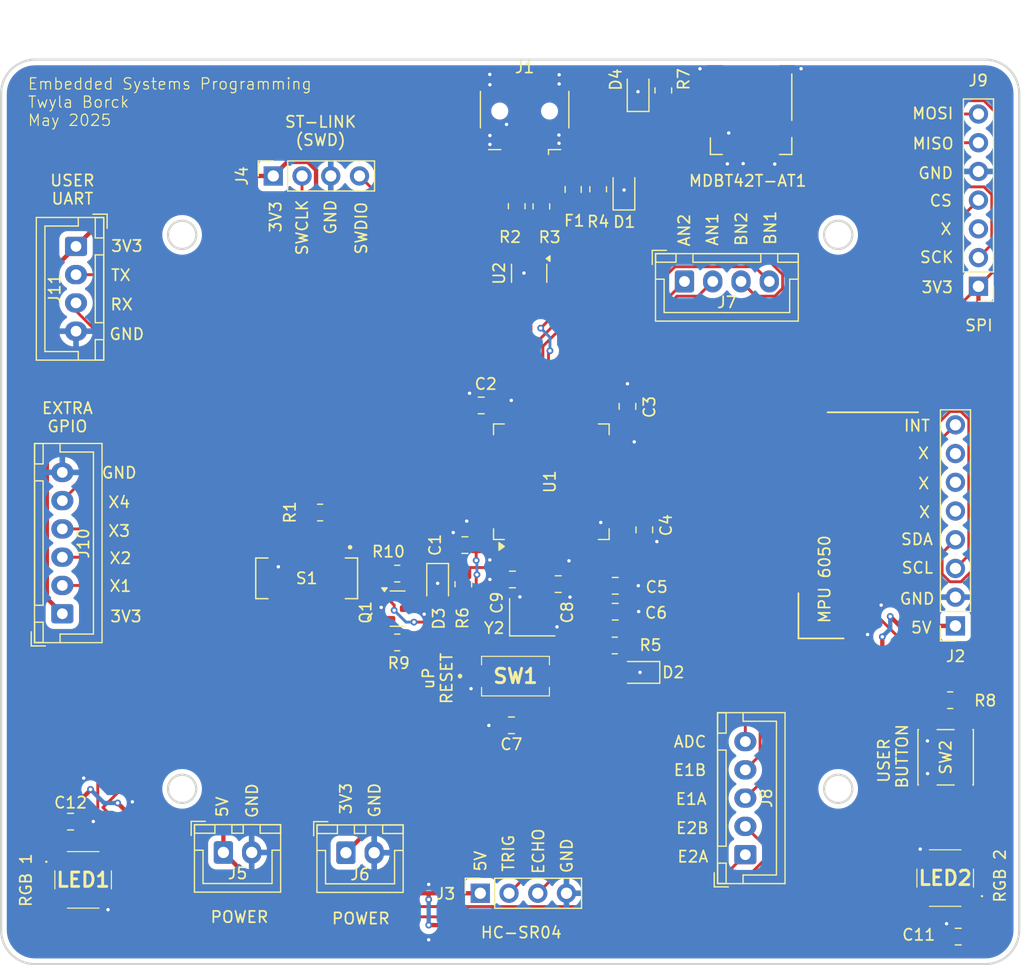
<source format=kicad_pcb>
(kicad_pcb (version 20241229) (generator "pcbnew") (generator_version "9.0")
  (layers (0 "F.Cu" signal) (2 "B.Cu" signal) (13 "F.Paste" user) (15 "B.Paste" user) (5 "F.SilkS" user "F.Silkscreen") (7 "B.SilkS" user "B.Silkscreen") (1 "F.Mask" user) (3 "B.Mask" user) (25 "Edge.Cuts" user))
  (net 0 "")
  (net 2 "/PS2_SCK")
  (net 3 "/PS2_MISO")
  (net 5 "/PS2_CS")
  (net 6 "/PS2_MOSI")
  (net 7 "Net-(U1-PA1)")
  (net 9 "/X4")
  (net 10 "/X3")
  (net 11 "/X1")
  (net 12 "/X2")
  (net 13 "/USER_TX")
  (net 16 "/USER_RX")
  (net 21 "/RESET")
  (net 28 "+3V3")
  (net 29 "GND")
  (net 33 "Net-(R1-Pad2)")
  (net 34 "/BOOT")
  (net 35 "/OSC_OUT")
  (net 36 "/OSC_IN")
  (net 37 "Net-(D1-A)")
  (net 39 "/D+")
  (net 40 "/D-")
  (net 41 "Net-(J1-VBUS)")
  (net 42 "/USB_CONN_D+")
  (net 43 "/USB_CONN_D-")
  (net 44 "Vusb")
  (net 45 "/USB_D+")
  (net 46 "/USB_D-")
  (net 47 "Net-(D2-A)")
  (net 48 "Net-(D3-A)")
  (net 49 "/USER_LED")
  (net 51 "+5V")
  (net 52 "/IMU_INT")
  (net 54 "/IMU_I2C_SCL")
  (net 56 "/IMU_I2C_SDA")
  (net 65 "Net-(D4-A)")
  (net 66 "/BL_WAKEUP")
  (net 67 "/BL_RX")
  (net 68 "/BL_TX")
  (net 69 "Net-(MDBT42T-AT1-INDICATOR)")
  (net 70 "/ULTRA_TRIG")
  (net 71 "/ULTRA_ECHO")
  (net 72 "/SWCLK")
  (net 73 "/SWDIO")
  (net 74 "/uBUTTON")
  (net 75 "/BN1")
  (net 76 "/AN1")
  (net 77 "/AN2")
  (net 78 "/BN2")
  (net 79 "/E2A")
  (net 80 "/E2B")
  (net 81 "/E1A")
  (net 82 "/E1B")
  (net 83 "/PWR_ADC")
  (net 84 "Net-(LED1-DOUT)")
  (net 85 "Net-(LED1-DIN)")
  (net 87 "/RGB_DIN")
  (footprint "Resistor_SMD:R_0805_2012Metric_Pad1.20x1.40mm_HandSolder" (layer "F.Cu") (at 137.68 42.715 -90)
    (property "Reference" "R2")
    (property "Value" "22")
  )
  (footprint "Package_QFP:LQFP-64_10x10mm_P0.5mm" (layer "F.Cu") (at 140.74 67.085 90)
    (property "Reference" "U1")
    (property "Value" "STM32F103RCTx")
  )
  (footprint "Resistor_SMD:R_0805_2012Metric_Pad1.20x1.40mm_HandSolder" (layer "F.Cu") (at 127.1175 81.3 180)
    (property "Reference" "R9")
    (property "Value" "10k")
  )
  (footprint "Resistor_SMD:R_0805_2012Metric_Pad1.20x1.40mm_HandSolder" (layer "F.Cu") (at 139.86 42.735 90)
    (property "Reference" "R3")
    (property "Value" "22")
  )
  (footprint "Capacitor_SMD:C_0805_2012Metric_Pad1.18x1.45mm_HandSolder" (layer "F.Cu") (at 98.2375 97.15)
    (property "Reference" "C12")
    (property "Value" "0.1uF")
  )
  (footprint "Connector_JST:JST_XH_B2B-XH-A_1x02_P2.50mm_Vertical" (layer "F.Cu") (at 122.58 99.9)
    (property "Reference" "J6")
    (property "Value" "CONN_3V3")
  )
  (footprint "Connector_PinHeader_2.54mm:PinHeader_1x07_P2.54mm_Vertical" (layer "F.Cu") (at 178.5 49.8 180)
    (property "Reference" "J9")
    (property "Value" "CONN_PS2")
  )
  (footprint "Connector_JST:JST_XH_B5B-XH-A_1x05_P2.50mm_Vertical" (layer "F.Cu") (at 157.89 100.07 90)
    (property "Reference" "J8")
    (property "Value" "CONN_HAL")
  )
  (footprint "Connector_PinSocket_2.54mm:PinSocket_1x08_P2.54mm_Vertical" (layer "F.Cu") (at 176.465 79.835 180)
    (property "Reference" "J2")
    (property "Value" "CONN_MPU6050")
  )
  (footprint "LED_SMD:LED_0805_2012Metric_Pad1.15x1.40mm_HandSolder" (layer "F.Cu") (at 148.41 32.475 90)
    (property "Reference" "D4")
    (property "Value" "BL_IND_LED")
  )
  (footprint "Package_TO_SOT_SMD:SOT-23" (layer "F.Cu") (at 127.1475 78.31)
    (property "Reference" "Q1")
    (property "Value" "BSS138")
  )
  (footprint "LED_SMD:LED_0805_2012Metric_Pad1.15x1.40mm_HandSolder" (layer "F.Cu") (at 130.69 76.18 -90)
    (property "Reference" "D3")
    (property "Value" "USER_LED")
  )
  (footprint "Resistor_SMD:R_0805_2012Metric_Pad1.20x1.40mm_HandSolder" (layer "F.Cu") (at 146.3475 81.57)
    (property "Reference" "R5")
    (property "Value" "10k")
  )
  (footprint "RGB_LED:INPI55TATPRPGPB" (layer "F.Cu") (at 99.35 102.3)
    (property "Reference" "LED1")
    (property "Value" "IN-PI55TATPRPGPB" (hide yes))
  )
  (footprint "Fuse:Fuse_0805_2012Metric_Pad1.15x1.40mm_HandSolder" (layer "F.Cu") (at 142.67 41.235 -90)
    (property "Reference" "F1")
    (property "Value" "PTCSMD")
  )
  (footprint "Capacitor_SMD:C_0805_2012Metric_Pad1.18x1.45mm_HandSolder" (layer "F.Cu") (at 137.3 75.73 180)
    (property "Reference" "C9")
    (property "Value" "22pF")
  )
  (footprint "Resistor_SMD:R_0805_2012Metric_Pad1.20x1.40mm_HandSolder" (layer "F.Cu") (at 127.1175 75.21 180)
    (property "Reference" "R10")
    (property "Value" "10k")
  )
  (footprint "Connector_PinSocket_2.54mm:PinSocket_1x04_P2.54mm_Vertical" (layer "F.Cu") (at 116.16 40.04 90)
    (property "Reference" "J4")
    (property "Value" "CONN_SWD")
  )
  (footprint "Resistor_SMD:R_0805_2012Metric_Pad1.20x1.40mm_HandSolder" (layer "F.Cu") (at 176 86.41)
    (property "Reference" "R8")
    (property "Value" "10k")
  )
  (footprint "Connector_JST:JST_XH_B4B-XH-A_1x04_P2.50mm_Vertical" (layer "F.Cu") (at 98.72 46.27 -90)
    (property "Reference" "J11")
    (property "Value" "CONN_UART")
  )
  (footprint "MDBT42T-AT:MDBT42T" (layer "F.Cu") (at 158.4 32.54)
    (property "Reference" "MDBT42T-AT1" (hide yes))
    (property "Value" "MDBT42T-AT" (hide yes))
  )
  (footprint "Capacitor_SMD:C_0805_2012Metric_Pad1.18x1.45mm_HandSolder" (layer "F.Cu") (at 134.54 60.34 180)
    (property "Reference" "C2")
    (property "Value" "0.1uF")
  )
  (footprint "Resistor_SMD:R_0805_2012Metric_Pad1.20x1.40mm_HandSolder" (layer "F.Cu") (at 132.96 76.15 -90)
    (property "Reference" "R6")
    (property "Value" "10k")
  )
  (footprint "Resistor_SMD:R_0805_2012Metric_Pad1.20x1.40mm_HandSolder" (layer "F.Cu") (at 150.64 32.475 90)
    (property "Reference" "R7")
    (property "Value" "10k")
  )
  (footprint "Capacitor_SMD:C_0805_2012Metric_Pad1.18x1.45mm_HandSolder" (layer "F.Cu") (at 148.96 71.34 -90)
    (property "Reference" "C4")
    (property "Value" "0.1uF")
  )
  (footprint "Package_TO_SOT_SMD:SOT-23-6" (layer "F.Cu") (at 138.78 48.6475 -90)
    (property "Reference" "U2")
    (property "Value" "USBLC6-2SC6")
  )
  (footprint "Capacitor_SMD:C_0805_2012Metric_Pad1.18x1.45mm_HandSolder" (layer "F.Cu") (at 146.39 76.29)
    (property "Reference" "C5")
    (property "Value" "0.1uF")
  )
  (footprint "Connector_PinSocket_2.54mm:PinSocket_1x04_P2.54mm_Vertical" (layer "F.Cu") (at 134.46 103.485 90)
    (property "Reference" "J3")
    (property "Value" "CONN_ULTRA")
  )
  (footprint "Connector_JST:JST_XH_B4B-XH-A_1x04_P2.50mm_Vertical" (layer "F.Cu") (at 152.51 49.37)
    (property "Reference" "J7")
    (property "Value" "CONN_DRIVE")
  )
  (footprint "Crystal:Crystal_SMD_Abracon_ABM8G-4Pin_3.2x2.5mm" (layer "F.Cu") (at 139.0525 79.07)
    (property "Reference" "Y2")
    (property "Value" "16MHz")
  )
  (footprint "SW_uP_Reset:SW_uP_Reset" (layer "F.Cu") (at 137.57 84.28)
    (property "Reference" "SW1")
    (property "Value" "SW_uP_Reset" (hide yes))
  )
  (footprint "Capacitor_SMD:C_0805_2012Metric_Pad1.18x1.45mm_HandSolder" (layer "F.Cu") (at 146.39 78.58)
    (property "Reference" "C6")
    (property "Value" "10uF")
  )
  (footprint "Connector_JST:JST_XH_B2B-XH-A_1x02_P2.50mm_Vertical" (layer "F.Cu") (at 111.75 99.875)
    (property "Reference" "J5")
    (property "Value" "CONN_5V")
  )
  (footprint "LED_SMD:LED_0805_2012Metric_Pad1.15x1.40mm_HandSolder" (layer "F.Cu") (at 148.4675 83.95 180)
    (property "Reference" "D2")
    (property "Value" "uP_PWR_LED")
  )
  (footprint "Capacitor_SMD:C_0805_2012Metric_Pad1.18x1.45mm_HandSolder" (layer "F.Cu") (at 133.1 72.69 180)
    (property "Reference" "C1")
    (property "Value" "0.1uF")
  )
  (footprint "RGB_LED:INPI55TATPRPGPB" (layer "F.Cu") (at 175.56 102.14 180)
    (property "Reference" "LED2")
    (property "Value" "IN-PI55TATPRPGPB" (hide yes))
  )
  (footprint "Capacitor_SMD:C_0805_2012Metric_Pad1.18x1.45mm_HandSolder" (layer "F.Cu") (at 141.35 76.14)
    (property "Reference" "C8")
    (property "Value" "22pF")
  )
  (footprint "Resistor_SMD:R_0805_2012Metric_Pad1.20x1.40mm_HandSolder" (layer "F.Cu") (at 120.3 69.81 180)
    (property "Reference" "R1")
    (property "Value" "10k")
  )
  (footprint "Connector_JST:JST_XH_B6B-XH-A_1x06_P2.50mm_Vertical" (layer "F.Cu") (at 97.51 78.76 90)
    (property "Reference" "J10")
    (property "Value" "CONN_TRACK")
  )
  (footprint "Capacitor_SMD:C_0805_2012Metric_Pad1.18x1.45mm_HandSolder" (layer "F.Cu") (at 147.47 60.42 90)
    (property "Reference" "C3")
    (property "Value" "0.1uF")
  )
  (footprint "Button_Switch_SMD:SW_SPST_PTS647_Sx50" (layer "F.Cu") (at 175.6 91.46 -90)
    (property "Reference" "SW2")
    (property "Value" "SW_USER")
  )
  (footprint "LED_SMD:LED_0805_2012Metric_Pad1.15x1.40mm_HandSolder" (layer "F.Cu") (at 147.16 41.185 90)
    (property "Reference" "D1")
    (property "Value" "USB_PWR_LED")
  )
  (footprint "SW_uP_Boot:SW_uP_Boot" (layer "F.Cu") (at 119.11 75.63 180)
    (property "Reference" "S1")
    (property "Value" "JS202011SCQN")
  )
  (footprint "Capacitor_SMD:C_0805_2012Metric_Pad1.18x1.45mm_HandSolder" (layer "F.Cu") (at 176.71 107.32 180)
    (property "Reference" "C11")
    (property "Value" "0.1uF")
  )
  (footprint "Connector_USB:USB_Mini-B_Lumberg_2486_01_Horizontal" (layer "F.Cu") (at 138.38 34.3 180)
    (property "Reference" "J1")
    (property "Value" "USB_B_Mini")
  )
  (footprint "Capacitor_SMD:C_0805_2012Metric_Pad1.18x1.45mm_HandSolder" (layer "F.Cu") (at 137.21 88.63 180)
    (property "Reference" "C7")
    (property "Value" "0.01uF")
  )
  (footprint "Resistor_SMD:R_0805_2012Metric_Pad1.20x1.40mm_HandSolder" (layer "F.Cu") (at 144.88 41.215 90)
    (property "Reference" "R4")
    (property "Value" "10k")
  )
  (gr_line (start 162.585 80.945) (end 166.585 80.945) (stroke (width 0.15)) (layer "F.SilkS"))
  (gr_line (start 162.585 80.945) (end 162.585 76.945) (stroke (width 0.15)) (layer "F.SilkS"))
  (gr_line (start 173.165 60.945) (end 165.165 60.945) (stroke (width 0.15)) (layer "F.SilkS"))
  (gr_arc (start 179.1 29.750001) (mid 181.22132 30.628681) (end 182.1 32.750001) (stroke (width 0.2)) (layer "Edge.Cuts"))
  (gr_arc (start 182.1 106.750001) (mid 181.22132 108.871321) (end 179.1 109.750001) (stroke (width 0.2)) (layer "Edge.Cuts"))
  (gr_line (start 179.1 29.750001) (end 95.100001 29.750001) (stroke (width 0.2)) (layer "Edge.Cuts"))
  (gr_circle (center 108.1 94.250001) (end 109.35 94.250001) (stroke (width 0.2)) (fill no) (layer "Edge.Cuts"))
  (gr_circle (center 108.1 45.250001) (end 109.35 45.250001) (stroke (width 0.2)) (fill no) (layer "Edge.Cuts"))
  (gr_line (start 179.1 109.750001) (end 95.100001 109.750001) (stroke (width 0.2)) (layer "Edge.Cuts"))
  (gr_arc (start 95.100001 109.750001) (mid 92.97868 108.871321) (end 92.1 106.75) (stroke (width 0.2)) (layer "Edge.Cuts"))
  (gr_arc (start 92.1 32.750002) (mid 92.97868 30.628681) (end 95.100001 29.750001) (stroke (width 0.2)) (layer "Edge.Cuts"))
  (gr_line (start 182.1 106.750001) (end 182.1 32.750001) (stroke (width 0.2)) (layer "Edge.Cuts"))
  (gr_circle (center 166.1 94.250001) (end 167.35 94.250001) (stroke (width 0.2)) (fill no) (layer "Edge.Cuts"))
  (gr_circle (center 166.1 45.250001) (end 167.35 45.250001) (stroke (width 0.2)) (fill no) (layer "Edge.Cuts"))
  (gr_line (start 92.1 106.75) (end 92.1 32.750002) (stroke (width 0.2)) (layer "Edge.Cuts"))
  (gr_text "5V" (at 111.65 95.84 90) (layer "F.SilkS") (effects (font (size 1 1))))
  (gr_text "X2" (at 102.65 73.85 0) (layer "F.SilkS") (effects (font (size 1 1))))
  (gr_text "ECHO" (at 139.6 99.77 90) (layer "F.SilkS") (effects (font (size 1 1))))
  (gr_text "E1B" (at 153 92.59 0) (layer "F.SilkS") (effects (font (size 1 1))))
  (gr_text "AN1" (at 154.98 44.77 90) (layer "F.SilkS") (effects (font (size 1 1))))
  (gr_text "X" (at 173.73 69.78 0) (layer "F.SilkS") (effects (font (size 1 1))))
  (gr_text "GND" (at 121.22 43.68 90) (layer "F.SilkS") (effects (font (size 1 1))))
  (gr_text "MOSI" (at 174.46 34.51 0) (layer "F.SilkS") (effects (font (size 1 1))))
  (gr_text "3V3" (at 103.22 46.24 0) (layer "F.SilkS") (effects (font (size 1 1))))
  (gr_text "E2A" (at 153.25 100.25 0) (layer "F.SilkS") (effects (font (size 1 1))))
  (gr_text "TX" (at 102.68 48.82 0) (layer "F.SilkS") (effects (font (size 1 1))))
  (gr_text "GND" (at 103.21 54.03 0) (layer "F.SilkS") (effects (font (size 1 1))))
  (gr_text "HC-SR04" (at 138.08 106.96 0) (layer "F.SilkS") (effects (font (size 1 1))))
  (gr_text "3V3" (at 116.37 43.65 90) (layer "F.SilkS") (effects (font (size 1 1))))
  (gr_text "E1A" (at 153.1 95.15 0) (layer "F.SilkS") (effects (font (size 1 1))))
  (gr_text "X" (at 175.63 44.74 0) (layer "F.SilkS") (effects (font (size 1 1))))
  (gr_text "RX" (at 102.75 51.41 0) (layer "F.SilkS") (effects (font (size 1 1))))
  (gr_text "X4" (at 102.54 68.9 0) (layer "F.SilkS") (effects (font (size 1 1))))
  (gr_text "SCL" (at 173.1 74.7 0) (layer "F.SilkS") (effects (font (size 1 1))))
  (gr_text "SDA" (at 173.06 72.18 0) (layer "F.SilkS") (effects (font (size 1 1))))
  (gr_text "POWER" (at 123.9 105.72 0) (layer "F.SilkS") (effects (font (size 1 1))))
  (gr_text "GND" (at 125.12 95.26 90) (layer "F.SilkS") (effects (font (size 1 1))))
  (gr_text "3V3" (at 174.86 49.89 0) (layer "F.SilkS") (effects (font (size 1 1))))
  (gr_text "GND" (at 114.29 95.3 90) (layer "F.SilkS") (effects (font (size 1 1))))
  (gr_text "3V3" (at 103.14 79 0) (layer "F.SilkS") (effects (font (size 1 1))))
  (gr_text "MPU 6050" (at 165.485 79.685 90) (layer "F.SilkS") (effects (font (size 1 1)) (justify left bottom)))
  (gr_text "ADC" (at 153 90.09 0) (layer "F.SilkS") (effects (font (size 1 1))))
  (gr_text "uP \nRESET " (at 130.68 84.1 90) (layer "F.SilkS") (effects (font (size 1 1))))
  (gr_text "RGB 1" (at 94.29 102.33 90) (layer "F.SilkS") (effects (font (size 1 1))))
  (gr_text "5V" (at 173.45 79.99 0) (layer "F.SilkS") (effects (font (size 1 1))))
  (gr_text "INT" (at 173.06 62.13 0) (layer "F.SilkS") (effects (font (size 1 1))))
  (gr_text "SWDIO" (at 123.94 44.66 90) (layer "F.SilkS") (effects (font (size 1 1))))
  (gr_text "GND" (at 173.08 77.44 0) (layer "F.SilkS") (effects (font (size 1 1))))
  (gr_text "3V3" (at 122.58 95.11 90) (layer "F.SilkS") (effects (font (size 1 1))))
  (gr_text "SCK" (at 174.81 47.23 0) (layer "F.SilkS") (effects (font (size 1 1))))
  (gr_text "USER\nUART" (at 98.4 41.25 0) (layer "F.SilkS") (effects (font (size 1 1))))
  (gr_text "TRIG" (at 136.95 99.95 90) (layer "F.SilkS") (effects (font (size 1 1))))
  (gr_text "EXTRA\nGPIO" (at 97.96 61.39 0) (layer "F.SilkS") (effects (font (size 1 1))))
  (gr_text "GND\n" (at 174.72 39.79 0) (layer "F.SilkS") (effects (font (size 1 1))))
  (gr_text "GND" (at 102.54 66.29 0) (layer "F.SilkS") (effects (font (size 1 1))))
  (gr_text "X3" (at 102.54 71.44 0) (layer "F.SilkS") (effects (font (size 1 1))))
  (gr_text "X1" (at 102.65 76.31 0) (layer "F.SilkS") (effects (font (size 1 1))))
  (gr_text "X" (at 173.66 67.24 0) (layer "F.SilkS") (effects (font (size 1 1))))
  (gr_text "CS" (at 175.17 42.23 0) (layer "F.SilkS") (effects (font (size 1 1))))
  (gr_text "USER \nBUTTON" (at 170.95 91.37 90) (layer "F.SilkS") (effects (font (size 1 1))))
  (gr_text "Embedded Systems Programming\nTwyla Borck\nMay 2025" (at 94.4 35.7 0) (layer "F.SilkS") (effects (font (size 1 1) (thickness 0.1)) (justify left bottom)))
  (gr_text "BN1" (at 160.1 44.63 90) (layer "F.SilkS") (effects (font (size 1 1))))
  (gr_text "MISO" (at 174.49 37.18 0) (layer "F.SilkS") (effects (font (size 1 1))))
  (gr_text "X" (at 173.64 64.57 0) (layer "F.SilkS") (effects (font (size 1 1))))
  (gr_text "SPI" (at 178.54 53.26 0) (layer "F.SilkS") (effects (font (size 1 1))))
  (gr_text "MDBT42T-AT1" (at 158.1 40.47 0) (layer "F.SilkS") (effects (font (size 1 1))))
  (gr_text "GND" (at 142.11 100.17 90) (layer "F.SilkS") (effects (font (size 1 1))))
  (gr_text "AN2" (at 152.49 44.83 90) (layer "F.SilkS") (effects (font (size 1 1))))
  (gr_text "SWCLK" (at 118.71 44.6 90) (layer "F.SilkS") (effects (font (size 1 1))))
  (gr_text "ST-LINK\n(SWD)" (at 120.34 36.06 0) (layer "F.SilkS") (effects (font (size 1 1))))
  (gr_text "5V" (at 134.48 100.64 90) (layer "F.SilkS") (effects (font (size 1 1))))
  (gr_text "POWER" (at 113.17 105.59 0) (layer "F.SilkS") (effects (font (size 1 1))))
  (gr_text "RGB 2" (at 180.4 101.94 90) (layer "F.SilkS") (effects (font (size 1 1))))
  (gr_text "E2B" (at 153.21 97.73 0) (layer "F.SilkS") (effects (font (size 1 1))))
  (gr_text "BN2" (at 157.54 44.72 90) (layer "F.SilkS") (effects (font (size 1 1))))
  (segment (start 178.987944 41.002) (end 173.003895 41.002) (width 0.254) (layer "F.Cu") (net 2))
  (segment (start 156.213895 57.792) (end 146.716992 57.792) (width 0.254) (layer "F.Cu") (net 2))
  (segment (start 178.5 47.26) (end 179.678 46.082) (width 0.254) (layer "F.Cu") (net 2))
  (segment (start 179.678 41.692056) (end 178.987944 41.002) (width 0.254) (layer "F.Cu") (net 2))
  (segment (start 146.716992 57.792) (end 143.99 60.518992) (width 0.254) (layer "F.Cu") (net 2))
  (segment (start 179.678 46.082) (end 179.678 41.692056) (width 0.254) (layer "F.Cu") (net 2))
  (segment (start 143.99 60.518992) (end 143.99 61.41) (width 0.254) (layer "F.Cu") (net 2))
  (segment (start 173.003895 41.002) (end 156.213895 57.792) (width 0.254) (layer "F.Cu") (net 2))
  (segment (start 171.594107 37.1) (end 178.5 37.1) (width 0.254) (layer "F.Cu") (net 3))
  (segment (start 143.49 61.41) (end 143.49 60.375525) (width 0.254) (layer "F.Cu") (net 3))
  (segment (start 164.222 44.472107) (end 171.594107 37.1) (width 0.254) (layer "F.Cu") (net 3))
  (segment (start 152.282525 51.583) (end 160.87488 51.582999) (width 0.254) (layer "F.Cu") (net 3))
  (segment (start 143.49 60.375525) (end 152.282525 51.583) (width 0.254) (layer "F.Cu") (net 3))
  (segment (start 164.222 48.235879) (end 164.222 44.472107) (width 0.254) (layer "F.Cu") (net 3))
  (segment (start 160.87488 51.582999) (end 164.222 48.235879) (width 0.254) (layer "F.Cu") (net 3))
  (segment (start 145.602 60.298) (end 160.382 60.298) (width 0.254) (layer "F.Cu") (net 5))
  (segment (start 144.49 61.41) (end 145.602 60.298) (width 0.254) (layer "F.Cu") (net 5))
  (segment (start 160.382 60.298) (end 178.5 42.18) (width 0.254) (layer "F.Cu") (net 5))
  (segment (start 152.038936 51.128) (end 160.686412 51.128) (width 0.254) (layer "F.Cu") (net 6))
  (segment (start 174.26 34.7) (end 174.4 34.56) (width 0.254) (layer "F.Cu") (net 6))
  (segment (start 174.4 34.56) (end 178.5 34.56) (width 0.254) (layer "F.Cu") (net 6))
  (segment (start 161.643 44.857) (end 171.8 34.7) (width 0.254) (layer "F.Cu") (net 6))
  (segment (start 142.99 61.41) (end 142.99 60.176936) (width 0.254) (layer "F.Cu") (net 6))
  (segment (start 174.134107 34.56) (end 174.4 34.56) (width 0.254) (layer "F.Cu") (net 6))
  (segment (start 160.686412 51.128) (end 161.643 50.171411) (width 0.254) (layer "F.Cu") (net 6))
  (segment (start 161.643 50.171411) (end 161.643 44.857) (width 0.254) (layer "F.Cu") (net 6))
  (segment (start 171.8 34.7) (end 174.26 34.7) (width 0.254) (layer "F.Cu") (net 6))
  (segment (start 142.99 60.176936) (end 152.038936 51.128) (width 0.254) (layer "F.Cu") (net 6))
  (segment (start 143.99 72.76) (end 144.49 72.76) (width 0.254) (layer "F.Cu") (net 7))
  (segment (start 97.51 68.76) (end 100.935 65.335) (width 0.254) (layer "F.Cu") (net 9))
  (segment (start 100.935 65.335) (end 135.065 65.335) (width 0.254) (layer "F.Cu") (net 9))
  (segment (start 111.865 65.835) (end 106.4 71.3) (width 0.254) (layer "F.Cu") (net 10))
  (segment (start 106.36 71.26) (end 97.51 71.26) (width 0.254) (layer "F.Cu") (net 10))
  (segment (start 106.4 71.3) (end 106.36 71.26) (width 0.254) (layer "F.Cu") (net 10))
  (segment (start 135.065 65.835) (end 111.865 65.835) (width 0.254) (layer "F.Cu") (net 10))
  (segment (start 135.065 66.835) (end 133.465 66.835) (width 0.254) (layer "F.Cu") (net 11))
  (segment (start 133.465 66.835) (end 133.2 67.1) (width 0.254) (layer "F.Cu") (net 11))
  (segment (start 107.14 76.26) (end 97.51 76.26) (width 0.254) (layer "F.Cu") (net 11))
  (segment (start 133.2 67.1) (end 116.3 67.1) (width 0.254) (layer "F.Cu") (net 11))
  (segment (start 116.3 67.1) (end 107.14 76.26) (width 0.254) (layer "F.Cu") (net 11))
  (segment (start 135.065 66.335) (end 114.765 66.335) (width 0.254) (layer "F.Cu") (net 12))
  (segment (start 107.34 73.76) (end 97.51 73.76) (width 0.254) (layer "F.Cu") (net 12))
  (segment (start 114.765 66.335) (end 107.34 73.76) (width 0.254) (layer "F.Cu") (net 12))
  (segment (start 116 63.1) (end 101.67 48.77) (width 0.254) (layer "F.Cu") (net 13))
  (segment (start 135.065 64.335) (end 133.435 64.335) (width 0.254) (layer "F.Cu") (net 13))
  (segment (start 101.67 48.77) (end 98.72 48.77) (width 0.254) (layer "F.Cu") (net 13))
  (segment (start 132.2 63.1) (end 116 63.1) (width 0.254) (layer "F.Cu") (net 13))
  (segment (start 133.435 64.335) (end 132.2 63.1) (width 0.254) (layer "F.Cu") (net 13))
  (segment (start 135.065 64.835) (end 131.735 64.835) (width 0.254) (layer "F.Cu") (net 16))
  (segment (start 110.940944 64.2) (end 98.72 51.979056) (width 0.254) (layer "F.Cu") (net 16))
  (segment (start 131.735 64.835) (end 131.1 64.2) (width 0.254) (layer "F.Cu") (net 16))
  (segment (start 98.72 51.979056) (end 98.72 51.27) (width 0.254) (layer "F.Cu") (net 16))
  (segment (start 131.1 64.2) (end 110.940944 64.2) (width 0.254) (layer "F.Cu") (net 16))
  (segment (start 138.2475 86.9525) (end 140.92 84.28) (width 0.254) (layer "F.Cu") (net 21))
  (segment (start 140.92 84.28) (end 141.868 83.332) (width 0.254) (layer "F.Cu") (net 21))
  (segment (start 141.228 74.845008) (end 139.99 73.607008) (width 0.254) (layer "F.Cu") (net 21))
  (segment (start 141.228 77.016127) (end 141.228 74.845008) (width 0.254) (layer "F.Cu") (net 21))
  (segment (start 141.868 83.332) (end 141.868 77.656127) (width 0.254) (layer "F.Cu") (net 21))
  (segment (start 139.99 73.607008) (end 139.99 72.76) (width 0.254) (layer "F.Cu") (net 21))
  (segment (start 141.868 77.656127) (end 141.228 77.016127) (width 0.254) (layer "F.Cu") (net 21))
  (segment (start 138.2475 88.63) (end 138.2475 86.9525) (width 0.254) (layer "F.Cu") (net 21))
  (segment (start 147.295 63.335) (end 147.47 63.16) (width 0.254) (layer "F.Cu") (net 28))
  (segment (start 133.78 71.21) (end 133.78 72.3325) (width 0.254) (layer "F.Cu") (net 28))
  (segment (start 132.7335 89.7465) (end 138.857644 89.7465) (width 0.381) (layer "F.Cu") (net 28))
  (segment (start 138.857644 89.7465) (end 145.3475 83.256644) (width 0.381) (layer "F.Cu") (net 28))
  (segment (start 172.7 55.6) (end 178.5 49.8) (width 0.254) (layer "F.Cu") (net 28))
  (segment (start 177.722644 95.2515) (end 178.6165 94.357644) (width 0.381) (layer "F.Cu") (net 28))
  (segment (start 145.3475 83.256644) (end 145.3475 81.57) (width 0.381) (layer "F.Cu") (net 28))
  (segment (start 145.3525 78.58) (end 145.3525 76.29) (width 0.508) (layer "F.Cu") (net 28))
  (segment (start 135.6475 60.27) (end 135.5775 60.34) (width 0.254) (layer "F.Cu") (net 28))
  (segment (start 148.4925 69.835) (end 148.96 70.3025) (width 0.254) (layer "F.Cu") (net 28))
  (segment (start 178.5 49.8) (end 181.472 46.828) (width 0.254) (layer "F.Cu") (net 28))
  (segment (start 181.472 46.828) (end 181.472 35.866056) (width 0.254) (layer "F.Cu") (net 28))
  (segment (start 126.8475 77.9975) (end 126.21 77.36) (width 0.254) (layer "F.Cu") (net 28))
  (segment (start 134.1 72.7275) (end 134.1375 72.69) (width 0.254) (layer "F.Cu") (net 28))
  (segment (start 147.47 63.16) (end 147.47 61.4575) (width 0.254) (layer "F.Cu") (net 28))
  (segment (start 97.51 78.76) (end 96.1435 77.3935) (width 0.381) (layer "F.Cu") (net 28))
  (segment (start 142.99 72.76) (end 142.99 70.305) (width 0.254) (layer "F.Cu") (net 28))
  (segment (start 126.1175 77.2675) (end 126.21 77.36) (width 0.381) (layer "F.Cu") (net 28))
  (segment (start 142.99 70.305) (end 142.52 69.835) (width 0.254) (layer "F.Cu") (net 28))
  (segment (start 175 93.574144) (end 176.677356 95.2515) (width 0.381) (layer "F.Cu") (net 28))
  (segment (start 98.72 46.27) (end 104.95 40.04) (width 0.381) (layer "F.Cu") (net 28))
  (segment (start 136.66 60.27) (end 135.6475 60.27) (width 0.254) (layer "F.Cu") (net 28))
  (segment (start 136.99 61.41) (end 136.99 60.6) (width 0.254) (layer "F.Cu") (net 28))
  (segment (start 119.9415 44.704) (end 135.5775 60.34) (width 0.381) (layer "F.Cu") (net 28))
  (segment (start 178.6165 94.357644) (end 178.6165 61.163818) (width 0.381) (layer "F.Cu") (net 28))
  (segment (start 175 86.41) (end 175 93.574144) (width 0.381) (layer "F.Cu") (net 28))
  (segment (start 176.677356 95.2515) (end 177.722644 95.2515) (width 0.381) (layer "F.Cu") (net 28))
  (segment (start 144.93 69.385) (end 144.48 69.835) (width 0.254) (layer "F.Cu") (net 28))
  (segment (start 116.16 40.04) (end 117.4015 38.7985) (width 0.381) (layer "F.Cu") (net 28))
  (segment (start 142.99 73.9275) (end 145.3525 76.29) (width 0.254) (layer "F.Cu") (net 28))
  (segment (start 117.4015 38.7985) (end 119.214247 38.7985) (width 0.381) (layer "F.Cu") (net 28))
  (segment (start 96.1435 77.3935) (end 96.1435 48.8465) (width 0.381) (layer "F.Cu") (net 28))
  (segment (start 145.155 63.335) (end 144.93 63.56) (width 0.254) (layer "F.Cu") (net 28))
  (segment (start 136.99 60.6) (end 136.66 60.27) (width 0.254) (layer "F.Cu") (net 28))
  (segment (start 133.78 72.3325) (end 134.1375 72.69) (width 0.254) (layer "F.Cu") (net 28))
  (segment (start 134.1 77.559342) (end 134.1 75.364) (width 0.254) (layer "F.Cu") (net 28))
  (segment (start 144.48 69.835) (end 142.52 69.835) (width 0.254) (layer "F.Cu") (net 28))
  (segment (start 134.1375 77.596842) (end 134.1 77.559342) (width 0.254) (layer "F.Cu") (net 28))
  (segment (start 134.1 74.05) (end 134.1 72.7275) (width 0.254) (layer "F.Cu") (net 28))
  (segment (start 144.93 63.56) (end 144.93 69.385) (width 0.254) (layer "F.Cu") (net 28))
  (segment (start 178.5 61.047318) (end 178.5 49.8) (width 0.381) (layer "F.Cu") (net 28))
  (segment (start 137.615 69.835) (end 136.99 69.21) (width 0.254) (layer "F.Cu") (net 28))
  (segment (start 119.9415 39.525753) (end 119.9415 44.704) (width 0.381) (layer "F.Cu") (net 28))
  (segment (start 147.47 61.4575) (end 166.8425 61.4575) (width 0.254) (layer "F.Cu") (net 28))
  (segment (start 178.6165 61.163818) (end 178.5 61.047318) (width 0.381) (layer "F.Cu") (net 28))
  (segment (start 178.987944 33.382) (end 162.202 33.382) (width 0.254) (layer "F.Cu") (net 28))
  (segment (start 136.99 69.21) (end 136.99 61.41) (width 0.254) (layer "F.Cu") (net 28))
  (segment (start 104.95 40.04) (end 116.16 40.04) (width 0.381) (layer "F.Cu") (net 28))
  (segment (start 134.1 75.364) (end 134.16 75.304) (width 0.254) (layer "F.Cu") (net 28))
  (segment (start 123.7875 72.88) (end 126.1175 75.21) (width 0.381) (layer "F.Cu") (net 28))
  (segment (start 142.99 72.76) (end 142.99 73.9275) (width 0.254) (layer "F.Cu") (net 28))
  (segment (start 145.3475 78.585) (end 145.3525 78.58) (width 0.508) (layer "F.Cu") (net 28))
  (segment (start 119.214247 38.7985) (end 119.9415 39.525753) (width 0.381) (layer "F.Cu") (net 28))
  (segment (start 96.1435 48.8465) (end 98.72 46.27) (width 0.381) (layer "F.Cu") (net 28))
  (segment (start 134.1375 77.596842) (end 132.234342 79.5) (width 0.254) (layer "F.Cu") (net 28))
  (segment (start 145.3475 81.57) (end 145.3475 78.585) (width 0.508) (layer "F.Cu") (net 28))
  (segment (start 132.234342 79.5) (end 128.6 79.5) (width 0.254) (layer "F.Cu") (net 28))
  (segment (start 136.99 69.21) (end 136.99 70.45) (width 0.254) (layer "F.Cu") (net 28))
  (segment (start 166.8425 61.4575) (end 172.7 55.6) (width 0.254) (layer "F.Cu") (net 28))
  (segment (start 181.472 35.866056) (end 178.987944 33.382) (width 0.254) (layer "F.Cu") (net 28))
  (segment (start 126.8475 78.461242) (end 126.8475 77.9975) (width 0.254) (layer "F.Cu") (net 28))
  (segment (start 162.202 33.382) (end 159.8 35.784) (width 0.254) (layer "F.Cu") (net 28))
  (segment (start 134.155 70.835) (end 133.78 71.21) (width 0.254) (layer "F.Cu") (net 28))
  (segment (start 146.415 69.835) (end 148.4925 69.835) (width 0.254) (layer "F.Cu") (net 28))
  (segment (start 146.415 63.335) (end 147.295 63.335) (width 0.254) (layer "F.Cu") (net 28))
  (segment (start 126.1175 75.21) (end 126.1175 77.2675) (width 0.381) (layer "F.Cu") (net 28))
  (segment (start 136.605 70.835) (end 135.065 70.835) (width 0.254) (layer "F.Cu") (net 28))
  (segment (start 146.415 69.835) (end 144.48 69.835) (width 0.254) (layer "F.Cu") (net 28))
  (segment (start 135.065 70.835) (end 134.155 70.835) (width 0.254) (layer "F.Cu") (net 28))
  (segment (start 146.415 63.335) (end 145.155 63.335) (width 0.254) (layer "F.Cu") (net 28))
  (segment (start 142.52 69.835) (end 137.615 69.835) (width 0.254) (layer "F.Cu") (net 28))
  (segment (start 122.58 99.9) (end 132.7335 89.7465) (width 0.381) (layer "F.Cu") (net 28))
  (segment (start 159.8 35.784) (end 159.8 37.74) (width 0.254) (layer "F.Cu") (net 28))
  (segment (start 121.61 72.88) (end 123.7875 72.88) (width 0.381) (layer "F.Cu") (net 28))
  (segment (start 136.99 70.45) (end 136.605 70.835) (width 0.254) (layer "F.Cu") (net 28))
  (via (at 128.6 79.5) (size 0.6) (drill 0.3) (layers "F.Cu" "B.Cu") (net 28))
  (via (at 134.16 75.304) (size 0.6) (drill 0.3) (layers "F.Cu" "B.Cu") (net 28))
  (via (at 134.1 74.05) (size 0.6) (drill 0.3) (layers "F.Cu" "B.Cu") (net 28))
  (via (at 126.8475 78.461242) (size 0.6) (drill 0.3) (layers "F.Cu" "B.Cu") (net 28))
  (segment (start 134.16 75.304) (end 134.16 74.11) (width 0.254) (layer "B.Cu") (net 28))
  (segment (start 127.886258 79.5) (end 126.8475 78.461242) (width 0.254) (layer "B.Cu") (net 28))
  (segment (start 134.16 74.11) (end 134.1 74.05) (width 0.254) (layer "B.Cu") (net 28))
  (segment (start 128.6 79.5) (end 127.886258 79.5) (width 0.254) (layer "B.Cu") (net 28))
  (segment (start 145.465 70.335) (end 145.11 70.69) (width 0.254) (layer "F.Cu") (net 29))
  (segment (start 137.96 77.27) (end 137.96 78.2125) (width 0.508) (layer "F.Cu") (net 29))
  (segment (start 148.43 76.28) (end 147.4375 76.28) (width 0.508) (layer "F.Cu") (net 29))
  (segment (start 173.36 99.59) (end 173.35 99.58) (width 0.508) (layer "F.Cu") (net 29))
  (segment (start 135.31 75.73) (end 136.2625 75.73) (width 0.508) (layer "F.Cu") (net 29))
  (segment (start 160.5 38.98) (end 160.49 38.99) (width 0.381) (layer "F.Cu") (net 29))
  (segment (start 175.6725 106.1875) (end 175.68 106.18) (width 0.508) (layer "F.Cu") (net 29))
  (segment (start 100.24 97.15) (end 100.25 97.14) (width 0.508) (layer "F.Cu") (net 29))
  (segment (start 135.065 70.335) (end 133.495 70.335) (width 0.254) (layer "F.Cu") (net 29))
  (segment (start 174 88.835) (end 174 90) (width 0.508) (layer "F.Cu") (net 29))
  (segment (start 160.5 37.74) (end 160.5 38.98) (width 0.381) (layer "F.Cu") (net 29))
  (segment (start 173.36 100.54) (end 173.36 99.59) (width 0.508) (layer "F.Cu") (net 29))
  (segment (start 137.96 78.2125) (end 137.9525 78.22) (width 0.508) (layer "F.Cu") (net 29))
  (segment (start 147.4375 78.57) (end 147.4275 78.58) (width 0.508) (layer "F.Cu") (net 29))
  (segment (start 141.24 79.92) (end 140.1525 79.92) (width 0.508) (layer "F.Cu") (net 29))
  (segment (start 136.1725 88.63) (end 135.23 88.63) (width 0.508) (layer "F.Cu") (net 29))
  (segment (start 138.78 48.17) (end 138.32 48.63) (width 0.254) (layer "F.Cu") (net 29))
  (segment (start 148.41 33.5) (end 148.41 32.595) (width 0.508) (layer "F.Cu") (net 29))
  (segment (start 138.78 47.51) (end 138.78 48.17) (width 0.254) (layer "F.Cu") (net 29))
  (segment (start 135.23 88.63) (end 135.22 88.64) (width 0.508) (layer "F.Cu") (net 29))
  (segment (start 133.51 60.3325) (end 133.5025 60.34) (width 0.508) (layer "F.Cu") (net 29))
  (segment (start 137.49 61.41) (end 137.49 60.18) (width 0.254) (layer "F.Cu") (net 29))
  (segment (start 133.495 70.335) (end 133.26 70.57) (width 0.254) (layer "F.Cu") (net 29))
  (segment (start 142.39 76.1425) (end 142.3875 76.14) (width 0.508) (layer "F.Cu") (net 29))
  (segment (start 137.49 60.18) (end 137.2 59.89) (width 0.254) (layer "F.Cu") (net 29))
  (segment (start 132.07 71.58) (end 132.07 72.6825) (width 0.508) (layer "F.Cu") (net 29))
  (segment (start 146.415 63.835) (end 147.795 63.835) (width 0.254) (layer "F.Cu") (net 29))
  (segment (start 132.07 72.6825) (end 132.0625 72.69) (width 0.508) (layer "F.Cu") (net 29))
  (segment (start 155.2 30.54) (end 155.18 30.56) (width 0.381) (layer "F.Cu") (net 29))
  (segment (start 147.795 63.835) (end 148.07 63.56) (width 0.254) (layer "F.Cu") (net 29))
  (segment (start 133.64 85.39) (end 133.64 84.86) (width 0.508) (layer "F.Cu") (net 29))
  (segment (start 174 94.085) (end 174 92.9) (width 0.508) (layer "F.Cu") (net 29))
  (segment (start 136.78 37) (end 136.78 35.48) (width 0.381) (layer "F.Cu") (net 29))
  (segment (start 116.61 74.61) (end 116.61 72.88) (width 0.508) (layer "F.Cu") (net 29))
  (segment (start 155.2 36.24) (end 156.42 36.24) (width 0.381) (layer "F.Cu") (net 29))
  (segment (start 155.18 30.56) (end 153.88 30.56) (width 0.381) (layer "F.Cu") (net 29))
  (segment (start 147.17 42.2) (end 147.16 42.21) (width 0.508) (layer "F.Cu") (net 29))
  (segment (start 174 90) (end 173.99 90.01) (width 0.508) (layer "F.Cu") (net 29))
  (segment (start 142.39 77.29) (end 142.39 76.1425) (width 0.508) (layer "F.Cu") (net 29))
  (segment (start 148.9625 72.38) (end 148.96 72.3775) (width 0.508) (layer "F.Cu") (net 29))
  (segment (start 130.69 76.07) (end 130.69 75.155) (width 0.508) (layer "F.Cu") (net 29))
  (segment (start 156.3 37.74) (end 156.3 38.97) (width 0.381) (layer "F.Cu") (net 29))
  (segment (start 157.7 37.74) (end 157.7 38.95) (width 0.381) (layer "F.Cu") (net 29))
  (segment (start 147.47 58.42) (end 147.47 59.3825) (width 0.508) (layer "F.Cu") (net 29))
  (segment (start 142.49 72.76) (end 142.49 73.89) (width 0.254) (layer "F.Cu") (net 29))
  (segment (start 133.51 59.26) (end 133.51 60.3325) (width 0.508) (layer "F.Cu") (net 29))
  (segment (start 148.58 83.95) (end 149.4925 83.95) (width 0.508) (layer "F.Cu") (net 29))
  (segment (start 175.6725 107.32) (end 175.6725 106.1875) (width 0.508) (layer "F.Cu") (net 29))
  (segment (start 147.17 41.28) (end 147.17 42.2) (width 0.508) (layer "F.Cu") (net 29))
  (segment (start 133.64 84.86) (end 134.22 84.28) (width 0.508) (layer "F.Cu") (net 29))
  (segment (start 101.55 103.9) (end 101.55 104.94) (width 0.508) (layer "F.Cu") (net 29))
  (segment (start 142.49 73.89) (end 142.3 74.08) (width 0.254) (layer "F.Cu") (net 29))
  (segment (start 147.4375 76.28) (end 147.4275 76.29) (width 0.508) (layer "F.Cu") (net 29))
  (segment (start 146.415 70.335) (end 145.465 70.335) (width 0.254) (layer "F.Cu") (net 29))
  (segment (start 148.46 78.57) (end 147.4375 78.57) (width 0.508) (layer "F.Cu") (net 29))
  (segment (start 148.41 32.595) (end 148.4 32.585) (width 0.508) (layer "F.Cu") (net 29))
  (segment (start 161.6 30.54) (end 162.81 30.54) (width 0.381) (layer "F.Cu") (net 29))
  (segment (start 150.07 72.38) (end 148.9625 72.38) (width 0.508) (layer "F.Cu") (net 29))
  (segment (start 162.81 30.54) (end 162.82 30.55) (width 0.381) (layer "F.Cu") (net 29))
  (segment (start 99.275 97.15) (end 100.24 97.15) (width 0.508) (layer "F.Cu") (net 29))
  (via (at 135.3 31.06) (size 0.6) (drill 0.3) (layers "F.Cu" "B.Cu") (net 29))
  (via (at 135.31 31.97) (size 0.6) (drill 0.3) (layers "F.Cu" "B.Cu") (net 29))
  (via (at 138.32 48.63) (size 0.6) (drill 0.3) (layers "F.Cu" "B.Cu") (net 29))
  (via (at 101.55 104.94) (size 0.6) (drill 0.3) (layers "F.Cu" "B.Cu") (net 29))
  (via (at 136.78 35.48) (size 0.6) (drill 0.3) (layers "F.Cu" "B.Cu") (net 29))
  (via (at 103.7 95.4) (size 0.6) (drill 0.3) (layers "F.Cu" "B.Cu") (net 29))
  (via (at 137.2 59.89) (size 0.6) (drill 0.3) (layers "F.Cu" "B.Cu") (net 29))
  (via (at 135.31 36.46) (size 0.6) (drill 0.3) (layers "F.Cu" "B.Cu") (net 29))
  (via (at 100.25 97.14) (size 0.6) (drill 0.3) (layers "F.Cu" "B.Cu") (net 29))
  (via (at 148.43 76.28) (size 0.6) (drill 0.3) (layers "F.Cu" "B.Cu") (net 29))
  (via (at 133.26 70.57) (size 0.6) (drill 0.3) (layers "F.Cu" "B.Cu") (net 29))
  (via (at 160.49 38.99) (size 0.6) (drill 0.3) (layers "F.Cu" "B.Cu") (net 29))
  (via (at 156.3 38.97) (size 0.6) (drill 0.3) (layers "F.Cu" "B.Cu") (net 29))
  (via (at 99.4 93.3) (size 0.6) (drill 0.3) (layers "F.Cu" "B.Cu") (net 29))
  (via (at 135.31 75.73) (size 0.6) (drill 0.3) (layers "F.Cu" "B.Cu") (net 29))
  (via (at 129.9 102.7) (size 0.6) (drill 0.3) (layers "F.Cu" "B.Cu") (net 29))
  (via (at 141.24 79.92) (size 0.6) (drill 0.3) (layers "F.Cu" "B.Cu") (net 29))
  (via (at 116.61 74.61) (size 0.6) (drill 0.3) (layers "F.Cu" "B.Cu") (net 29))
  (via (at 162.82 30.55) (size 0.6) (drill 0.3) (layers "F.Cu" "B.Cu") (net 29))
  (via (at 150.07 72.38) (size 0.6) (drill 0.3) (layers "F.Cu" "B.Cu") (net 29))
  (via (at 125.7 78.2) (size 0.6) (drill 0.3) (layers "F.Cu" "B.Cu") (net 29))
  (via (at 174 92.9) (size 0.6) (drill 0.3) (layers "F.Cu" "B.Cu") (net 29))
  (via (at 132.07 71.58) (size 0.6) (drill 0.3) (layers "F.Cu" "B.Cu") (net 29))
  (via (at 133.64 85.39) (size 0.6) (drill 0.3) (layers "F.Cu" "B.Cu") (net 29))
  (via (at 141.41 36.42) (size 0.6) (drill 0.3) (layers "F.Cu" "B.Cu") (net 29))
  (via (at 145.11 70.69) (size 0.6) (drill 0.3) (layers "F.Cu" "B.Cu") (net 29))
  (via (at 168.7 80.6) (size 0.6) (drill 0.3) (layers "F.Cu" "B.Cu") (net 29))
  (via (at 173.35 99.58) (size 0.6) (drill 0.3) (layers "F.Cu" "B.Cu") (net 29))
  (via (at 135.3 74) (size 0.6) (drill 0.3) (layers "F.Cu" "B.Cu") (net 29))
  (via (at 153.88 30.56) (size 0.6) (drill 0.3) (layers "F.Cu" "B.Cu") (net 29))
  (via (at 148.58 83.95) (size 0.6) (drill 0.3) (layers "F.Cu" "B.Cu") (net 29))
  (via (at 169.9 78) (size 0.6) (drill 0.3) (layers "F.Cu" "B.Cu") (net 29))
  (via (at 135.22 88.64) (size 0.6) (drill 0.3) (layers "F.Cu" "B.Cu") (net 29))
  (via (at 141.42 37.15) (size 0.6) (drill 0.3) (layers "F.Cu" "B.Cu") (net 29))
  (via (at 141.43 31.9) (size 0.6) (drill 0.3) (layers "F.Cu" "B.Cu") (net 29))
  (via (at 141.43 31.09) (size 0.6) (drill 0.3) (layers "F.Cu" "B.Cu") (net 29))
  (via (at 157.7 38.95) (size 0.6) (drill 0.3) (layers "F.Cu" "B.Cu") (net 29))
  (via (at 175.68 106.18) (size 0.6) (drill 0.3) (layers "F.Cu" "B.Cu") (net 29))
  (via (at 148.46 78.57) (size 0.6) (drill 0.3) (layers "F.Cu" "B.Cu") (net 29))
  (via (at 129.5 78.8) (size 0.6) (drill 0.3) (layers "F.Cu" "B.Cu") (net 29))
  (via (at 137.96 77.27) (size 0.6) (drill 0.3) (layers "F.Cu" "B.Cu") (net 29))
  (via (at 148.07 63.56) (size 0.6) (drill 0.3) (layers "F.Cu" "B.Cu") (net 29))
  (via (at 148.4 32.585) (size 0.6) (drill 0.3) (layers "F.Cu" "B.Cu") (net 29))
  (via (at 129.9 107.6) (size 0.6) (drill 0.3) (layers "F.Cu" "B.Cu") (net 29))
  (via (at 156.42 36.24) (size 0.6) (drill 0.3) (layers "F.Cu" "B.Cu") (net 29))
  (via (at 130.69 76.07) (size 0.6) (drill 0.3) (layers "F.Cu" "B.Cu") (net 29))
  (via (at 133.51 59.26) (size 0.6) (drill 0.3) (layers "F.Cu" "B.Cu") (net 29))
  (via (at 142.39 77.29) (size 0.6) (drill 0.3) (layers "F.Cu" "B.Cu") (net 29))
  (via (at 173.99 90.01) (size 0.6) (drill 0.3) (layers "F.Cu" "B.Cu") (net 29))
  (via (at 142.3 74.08) (size 0.6) (drill 0.3) (layers "F.Cu" "B.Cu") (net 29))
  (via (at 147.47 58.42) (size 0.6) (drill 0.3) (layers "F.Cu" "B.Cu") (net 29))
  (via (at 135.31 37.25) (size 0.6) (drill 0.3) (layers "F.Cu" "B.Cu") (net 29))
  (via (at 147.17 41.28) (size 0.6) (drill 0.3) (layers "F.Cu" "B.Cu") (net 29))
  (segment (start 119.11 72.88) (end 119.11 70) (width 0.254) (layer "F.Cu") (net 33))
  (segment (start 119.11 70) (end 119.3 69.81) (width 0.254) (layer "F.Cu") (net 33))
  (segment (start 121.3 69.81) (end 122.253 68.857) (width 0.254) (layer "F.Cu") (net 34))
  (segment (start 134.195992 68.857) (end 134.217992 68.835) (width 0.254) (layer "F.Cu") (net 34))
  (segment (start 134.217992 68.835) (end 135.065 68.835) (width 0.254) (layer "F.Cu") (net 34))
  (segment (start 122.253 68.857) (end 134.195992 68.857) (width 0.254) (layer "F.Cu") (net 34))
  (segment (start 140.3125 75.0325) (end 140.3125 76.14) (width 0.254) (layer "F.Cu") (net 35))
  (segment (start 139.49 74.21) (end 140.3125 75.0325) (width 0.254) (layer "F.Cu") (net 35))
  (segment (start 140.3125 78.06) (end 140.1525 78.22) (width 0.254) (layer "F.Cu") (net 35))
  (segment (start 139.49 72.76) (end 139.49 74.21) (width 0.254) (layer "F.Cu") (net 35))
  (segment (start 140.3125 76.14) (end 140.3125 78.06) (width 0.254) (layer "F.Cu") (net 35))
  (segment (start 138.69 79.92) (end 139.03 79.58) (width 0.254) (layer "F.Cu") (net 36))
  (segment (start 137.9525 79.92) (end 138.69 79.92) (width 0.254) (layer "F.Cu") (net 36))
  (segment (start 138.99 73.83) (end 138.41 74.41) (width 0.254) (layer "F.Cu") (net 36))
  (segment (start 139.03 76.4225) (end 138.3375 75.73) (width 0.254) (layer "F.Cu") (net 36))
  (segment (start 138.41 74.41) (end 138.41 75.6575) (width 0.254) (layer "F.Cu") (net 36))
  (segment (start 139.03 79.58) (end 139.03 76.4225) (width 0.254) (layer "F.Cu") (net 36))
  (segment (start 138.99 72.76) (end 138.99 73.83) (width 0.254) (layer "F.Cu") (net 36))
  (segment (start 138.41 75.6575) (end 138.3375 75.73) (width 0.254) (layer "F.Cu") (net 36))
  (segment (start 147.105 40.215) (end 144.88 40.215) (width 0.508) (layer "F.Cu") (net 37))
  (segment (start 147.16 40.16) (end 147.105 40.215) (width 0.508) (layer "F.Cu") (net 37))
  (segment (start 138.555 38.675001) (end 138.555 40.095) (width 0.2) (layer "F.Cu") (net 39))
  (segment (start 138.38 38.500001) (end 138.555 38.675001) (width 0.2) (layer "F.Cu") (net 39))
  (segment (start 138.38 37) (end 138.38 38.500001) (width 0.2) (layer "F.Cu") (net 39))
  (segment (start 138.555 40.095) (end 137.68 40.97) (width 0.2) (layer "F.Cu") (net 39))
  (segment (start 137.68 40.97) (end 137.68 41.715) (width 0.2) (layer "F.Cu") (net 39))
  (segment (start 139.18 38.500001) (end 139.005 38.675001) (width 0.2) (layer "F.Cu") (net 40))
  (segment (start 139.005 40.095) (end 139.86 40.95) (width 0.2) (layer "F.Cu") (net 40))
  (segment (start 139.86 40.95) (end 139.86 41.735) (width 0.2) (layer "F.Cu") (net 40))
  (segment (start 139.18 37) (end 139.18 38.500001) (width 0.2) (layer "F.Cu") (net 40))
  (segment (start 139.005 38.675001) (end 139.005 40.095) (width 0.2) (layer "F.Cu") (net 40))
  (segment (start 139.98 37) (end 139.98 38.59) (width 0.381) (layer "F.Cu") (net 41))
  (segment (start 140.33 38.94) (end 142.3 38.94) (width 0.381) (layer "F.Cu") (net 41))
  (segment (start 142.3 38.94) (end 142.67 39.31) (width 0.381) (layer "F.Cu") (net 41))
  (segment (start 142.67 39.31) (end 142.67 40.21) (width 0.381) (layer "F.Cu") (net 41))
  (segment (start 139.98 38.59) (end 140.33 38.94) (width 0.381) (layer "F.Cu") (net 41))
  (segment (start 138.554999 45.998197) (end 137.83 46.723196) (width 0.2) (layer "F.Cu") (net 42))
  (segment (start 137.83 46.723196) (end 137.83 47.51) (width 0.2) (layer "F.Cu") (net 42))
  (segment (start 137.68 43.715) (end 138.554999 44.589999) (width 0.2) (layer "F.Cu") (net 42))
  (segment (start 138.554999 44.589999) (end 138.554999 45.998197) (width 0.2) (layer "F.Cu") (net 42))
  (segment (start 139.73 46.536802) (end 139.73 47.51) (width 0.2) (layer "F.Cu") (net 43))
  (segment (start 139.005001 45.811803) (end 139.73 46.536802) (width 0.2) (layer "F.Cu") (net 43))
  (segment (start 139.005001 44.589999) (end 139.005001 45.811803) (width 0.2) (layer "F.Cu") (net 43))
  (segment (start 139.86 43.735) (end 139.005001 44.589999) (width 0.2) (layer "F.Cu") (net 43))
  (segment (start 138.78 49.23) (end 139.34 48.67) (width 0.254) (layer "F.Cu") (net 44))
  (segment (start 139.34 48.67) (end 142.29 48.67) (width 0.254) (layer "F.Cu") (net 44))
  (segment (start 142.29 48.67) (end 142.67 48.29) (width 0.254) (layer "F.Cu") (net 44))
  (segment (start 138.78 49.785) (end 138.78 49.23) (width 0.254) (layer "F.Cu") (net 44))
  (segment (start 142.715 42.215) (end 142.67 42.26) (width 0.508) (layer "F.Cu") (net 44))
  (segment (start 144.88 42.215) (end 142.715 42.215) (width 0.508) (layer "F.Cu") (net 44))
  (segment (start 142.67 48.29) (end 142.67 42.26) (width 0.254) (layer "F.Cu") (net 44))
  (segment (start 137.83 50.778751) (end 137.83 49.785) (width 0.2) (layer "F.Cu") (net 45))
  (segment (start 138.49 60.247499) (end 138.515 60.222499) (width 0.2) (layer "F.Cu") (net 45))
  (segment (start 138.49 61.41) (end 138.49 60.247499) (width 0.2) (layer "F.Cu") (net 45))
  (segment (start 137.83 50.778751) (end 138.515 51.46375) (width 0.2) (layer "F.Cu") (net 45))
  (segment (start 138.515 60.222499) (end 138.515 51.46375) (width 0.2) (layer "F.Cu") (net 45))
  (segment (start 138.965 51.543751) (end 139.73 50.778751) (width 0.2) (layer "F.Cu") (net 46))
  (segment (start 138.99 60.247499) (end 138.965 60.222499) (width 0.2) (layer "F.Cu") (net 46))
  (segment (start 139.73 50.778751) (end 139.73 49.785) (width 0.2) (layer "F.Cu") (net 46))
  (segment (start 138.965 60.222499) (end 138.965 51.543751) (width 0.2) (layer "F.Cu") (net 46))
  (segment (start 138.99 61.41) (end 138.99 60.247499) (width 0.2) (layer "F.Cu") (net 46))
  (segment (start 147.3475 83.855) (end 147.4425 83.95) (width 0.508) (layer "F.Cu") (net 47))
  (segment (start 147.3475 81.57) (end 147.3475 83.855) (width 0.508) (layer "F.Cu") (net 47))
  (segment (start 130.745 77.15) (end 130.69 77.205) (width 0.254) (layer "F.Cu") (net 48))
  (segment (start 132.96 77.15) (end 130.745 77.15) (width 0.254) (layer "F.Cu") (net 48))
  (segment (start 132.96 75.15) (end 133.433 74.677) (width 0.254) (layer "F.Cu") (net 49))
  (segment (start 137.49 73.607008) (end 137.49 72.76) (width 0.254) (layer "F.Cu") (net 49))
  (segment (start 136.420008 74.677) (end 137.49 73.607008) (width 0.254) (layer "F.Cu") (net 49))
  (segment (start 133.433 74.677) (end 136.420008 74.677) (width 0.254) (layer "F.Cu") (net 49))
  (segment (start 111.75 97.6675) (end 128.1175 81.3) (width 0.381) (layer "F.Cu") (net 51))
  (segment (start 158.263 106.3) (end 170 94.563) (width 0.381) (layer "F.Cu") (net 51))
  (segment (start 111.75 99.875) (end 111.75 97.6675) (width 0.381) (layer "F.Cu") (net 51))
  (segment (start 170 80.8) (end 170 94.563) (width 0.381) (layer "F.Cu") (net 51))
  (segment (start 177.76 103.74) (end 177.76 107.3075) (width 0.381) (layer "F.Cu") (net 51))
  (segment (start 97.2 97.15) (end 97.2 100.65) (width 0.381) (layer "F.Cu") (net 51))
  (segment (start 100 94.35) (end 97.2 97.15) (width 0.381) (layer "F.Cu") (net 51))
  (segment (start 104.5675 97.6675) (end 102.4 95.5) (width 0.381) (layer "F.Cu") (net 51))
  (segment (start 129.9 103.485) (end 115.36 103.485) (width 0.381) (layer "F.Cu") (net 51))
  (segment (start 177.76 107.3075) (end 177.7475 107.32) (width 0.381) (layer "F.Cu") (net 51))
  (segment (start 129.9 106.3) (end 158.263 106.3) (width 0.381) (layer "F.Cu") (net 51))
  (segment (start 171.535 79.835) (end 170.7 79) (width 0.381) (layer "F.Cu") (net 51))
  (segment (start 115.36 103.485) (end 111.75 99.875) (width 0.381) (layer "F.Cu") (net 51))
  (segment (start 176.465 79.835) (end 171.535 79.835) (width 0.381) (layer "F.Cu") (net 51))
  (segment (start 177.76 102.323) (end 177.76 103.74) (width 0.381) (layer "F.Cu") (net 51))
  (segment (start 129.9 103.485) (end 129.9 104.036) (width 0.381) (layer "F.Cu") (net 51))
  (segment (start 100 94.3) (end 100 94.35) (width 0.381) (layer "F.Cu") (net 51))
  (segment (start 111.75 97.6675) (end 104.5675 97.6675) (width 0.381) (layer "F.Cu") (net 51))
  (segment (start 134.46 103.485) (end 129.9 103.485) (width 0.381) (layer "F.Cu") (net 51))
  (segment (start 170 94.563) (end 177.76 102.323) (width 0.381) (layer "F.Cu") (net 51))
  (segment (start 97.2 100.65) (end 97.15 100.7) (width 0.381) (layer "F.Cu") (net 51))
  (via (at 170.7 79) (size 0.6) (drill 0.3) (layers "F.Cu" "B.Cu") (net 51))
  (via (at 129.9 106.3) (size 0.6) (drill 0.3) (layers "F.Cu" "B.Cu") (net 51))
  (via (at 170 80.8) (size 0.6) (drill 0.3) (layers "F.Cu" "B.Cu") (net 51))
  (via (at 102.4 95.5) (size 0.6) (drill 0.3) (layers "F.Cu" "B.Cu") (net 51))
  (via (at 100 94.3) (size 0.6) (drill 0.3) (layers "F.Cu" "B.Cu") (net 51))
  (via (at 129.9 104.036) (size 0.6) (drill 0.3) (layers "F.Cu" "B.Cu") (net 51))
  (segment (start 170.7 79) (end 170.7 80.1) (width 0.381) (layer "B.Cu") (net 51))
  (segment (start 101.2 95.5) (end 100 94.3) (width 0.381) (layer "B.Cu") (net 51))
  (segment (start 102.4 95.5) (end 101.2 95.5) (width 0.381) (layer "B.Cu") (net 51))
  (segment (start 129.9 104.036) (end 129.9 106.3) (width 0.381) (layer "B.Cu") (net 51))
  (segment (start 170.7 80.1) (end 170 80.8) (width 0.381) (layer "B.Cu") (net 51))
  (segment (start 173.185 65.335) (end 146.415 65.335) (width 0.254) (layer "F.Cu") (net 52))
  (segment (start 176.465 62.055) (end 173.185 65.335) (width 0.254) (layer "F.Cu") (net 52))
  (segment (start 175.977056 60.877) (end 172.019056 64.835) (width 0.254) (layer "F.Cu") (net 54))
  (segment (start 177.643 61.567056) (end 176.952944 60.877) (width 0.254) (layer "F.Cu") (net 54))
  (segment (start 176.952944 60.877) (end 175.977056 60.877) (width 0.254) (layer "F.Cu") (net 54))
  (segment (start 176.465 74.755) (end 177.643 73.577) (width 0.254) (layer "F.Cu") (net 54))
  (segment (start 177.643 73.577) (end 177.643 61.567056) (width 0.254) (layer "F.Cu") (net 54))
  (segment (start 172.019056 64.835) (end 146.415 64.835) (width 0.254) (layer "F.Cu") (net 54))
  (segment (start 177.141411 60.422) (end 172.498 60.422) (width 0.254) (layer "F.Cu") (net 56))
  (segment (start 175.287 75.242944) (end 175.977056 75.933) (width 0.254) (layer "F.Cu") (net 56))
  (segment (start 176.952944 75.933) (end 178.098 74.787944) (width 0.254) (layer "F.Cu") (net 56))
  (segment (start 176.465 72.215) (end 175.287 73.393) (width 0.254) (layer "F.Cu") (net 56))
  (segment (start 175.287 73.393) (end 175.287 75.242944) (width 0.254) (layer "F.Cu") (net 56))
  (segment (start 168.563 64.357) (end 146.2 64.357) (width 0.254) (layer "F.Cu") (net 56))
  (segment (start 175.977056 75.933) (end 176.952944 75.933) (width 0.254) (layer "F.Cu") (net 56))
  (segment (start 172.498 60.422) (end 168.563 64.357) (width 0.254) (layer "F.Cu") (net 56))
  (segment (start 178.098 61.378588) (end 177.141411 60.422) (width 0.254) (layer "F.Cu") (net 56))
  (segment (start 178.098 74.787944) (end 178.098 61.378588) (width 0.254) (layer "F.Cu") (net 56))
  (segment (start 150.64 31.475) (end 148.435 31.475) (width 0.254) (layer "F.Cu") (net 65))
  (segment (start 148.435 31.475) (end 148.41 31.45) (width 0.254) (layer "F.Cu") (net 65))
  (segment (start 140.49 61.41) (end 140.49 55.627) (width 0.254) (layer "F.Cu") (net 66))
  (segment (start 151.145 42.155) (end 151.145 37.055) (width 0.254) (layer "F.Cu") (net 66))
  (segment (start 139.8 53.5) (end 151.145 42.155) (width 0.254) (layer "F.Cu") (net 66))
  (segment (start 154.06 34.14) (end 155.2 34.14) (width 0.254) (layer "F.Cu") (net 66))
  (segment (start 140.49 55.627) (end 140.617 55.5) (width 0.254) (layer "F.Cu") (net 66))
  (segment (start 151.145 37.055) (end 154.06 34.14) (width 0.254) (layer "F.Cu") (net 66))
  (via (at 140.617 55.5) (size 0.6) (drill 0.3) (layers "F.Cu" "B.Cu") (net 66))
  (via (at 139.8 53.5) (size 0.6) (drill 0.3) (layers "F.Cu" "B.Cu") (net 66))
  (segment (start 140.617 55.5) (end 140.617 54.317) (width 0.254) (layer "B.Cu") (net 66))
  (segment (start 140.617 54.317) (end 139.8 53.5) (width 0.254) (layer "B.Cu") (net 66))
  (segment (start 154.246 35.54) (end 152.055 37.731) (width 0.254) (layer "F.Cu") (net 67))
  (segment (start 139.99 55.11) (end 139.99 61.41) (width 0.254) (layer "F.Cu") (net 67))
  (segment (start 152.055 43.045) (end 139.99 55.11) (width 0.254) (layer "F.Cu") (net 67))
  (segment (start 152.055 37.731) (end 152.055 43.045) (width 0.254) (layer "F.Cu") (net 67))
  (segment (start 155.2 35.54) (end 154.246 35.54) (width 0.254) (layer "F.Cu") (net 67))
  (segment (start 154.06 34.84) (end 155.2 34.84) (width 0.254) (layer "F.Cu") (net 68))
  (segment (start 139.49 61.41) (end 139.49 54.71) (width 0.254) (layer "F.Cu") (net 68))
  (segment (start 151.6 42.6) (end 151.6 37.3) (width 0.254) (layer "F.Cu") (net 68))
  (segment (start 151.6 37.3) (end 154.06 34.84) (width 0.254) (layer "F.Cu") (net 68))
  (segment (start 139.49 54.71) (end 151.6 42.6) (width 0.254) (layer "F.Cu") (net 68))
  (segment (start 155.2 33.44) (end 150.675 33.44) (width 0.254) (layer "F.Cu") (net 69))
  (segment (start 150.675 33.44) (end 150.64 33.475) (width 0.254) (layer "F.Cu") (net 69))
  (segment (start 144.734008 73.863) (end 143.745992 73.863) (width 0.254) (layer "F.Cu") (net 70))
  (segment (start 143.745992 73.863) (end 143.49 73.607008) (width 0.254) (layer "F.Cu") (net 70))
  (segment (start 137 103.485) (end 146.3 94.185) (width 0.254) (layer "F.Cu") (net 70))
  (segment (start 143.49 73.607008) (end 143.49 72.76) (width 0.254) (layer "F.Cu") (net 70))
  (segment (start 146.3 94.185) (end 146.3 75.428992) (width 0.254) (layer "F.Cu") (net 70))
  (segment (start 146.3 75.428992) (end 144.734008 73.863) (width 0.254) (layer "F.Cu") (net 70))
  (segment (start 146.415 70.835) (end 146.415 73.715) (width 0.254) (layer "F.Cu") (net 71))
  (segment (start 149.9955 75.1) (end 150.3955 75.5) (width 0.254) (layer "F.Cu") (net 71))
  (segment (start 139.54 103.485) (end 150.3955 92.6295) (width 0.254) (layer "F.Cu") (net 71))
  (segment (start 146.415 73.715) (end 147.8 75.1) (width 0.254) (layer "F.Cu") (net 71))
  (segment (start 150.3955 92.6295) (end 150.3955 75.5) (width 0.254) (layer "F.Cu") (net 71))
  (segment (start 147.8 75.1) (end 149.9955 75.1) (width 0.254) (layer "F.Cu") (net 71))
  (segment (start 118.7 48.7) (end 133.335 63.335) (width 0.254) (layer "F.Cu") (net 72))
  (segment (start 118.7 40.04) (end 118.7 48.7) (width 0.254) (layer "F.Cu") (net 72))
  (segment (start 133.335 63.335) (end 135.065 63.335) (width 0.254) (layer "F.Cu") (net 72))
  (segment (start 123.78 40.04) (end 137.99 54.25) (width 0.254) (layer "F.Cu") (net 73))
  (segment (start 137.99 54.25) (end 137.99 61.41) (width 0.254) (layer "F.Cu") (net 73))
  (segment (start 177 86.41) (end 156.925 66.335) (width 0.254) (layer "F.Cu") (net 74))
  (segment (start 156.925 66.335) (end 146.415 66.335) (width 0.254) (layer "F.Cu") (net 74))
  (segment (start 177 88.635) (end 177.2 88.835) (width 0.254) (layer "F.Cu") (net 74))
  (segment (start 177.2 88.835) (end 177.2 94.085) (width 0.254) (layer "F.Cu") (net 74))
  (segment (start 177 86.41) (end 177 88.635) (width 0.254) (layer "F.Cu") (net 74))
  (segment (start 151.663658 48.067) (end 158.707 48.067) (width 0.254) (layer "F.Cu") (net 75))
  (segment (start 141.49 58.240658) (end 151.663658 48.067) (width 0.254) (layer "F.Cu") (net 75))
  (segment (start 158.707 48.067) (end 160.01 49.37) (width 0.254) (layer "F.Cu") (net 75))
  (segment (start 141.49 61.41) (end 141.49 58.240658) (width 0.254) (layer "F.Cu") (net 75))
  (segment (start 151.850468 50.673) (end 153.707 50.673) (width 0.254) (layer "F.Cu") (net 76))
  (segment (start 142.49 61.41) (end 142.49 60.033468) (width 0.254) (layer "F.Cu") (net 76))
  (segment (start 142.49 60.033468) (end 151.850468 50.673) (width 0.254) (layer "F.Cu") (net 76))
  (segment (start 153.707 50.673) (end 155.01 49.37) (width 0.254) (layer "F.Cu") (net 76))
  (segment (start 152.51 49.37) (end 141.99 59.89) (width 0.254) (layer "F.Cu") (net 77))
  (segment (start 141.99 59.89) (end 141.99 61.41) (width 0.254) (layer "F.Cu") (net 77))
  (segment (start 151.47519 47.612) (end 140.99 58.09719) (width 0.254) (layer "F.Cu") (net 78))
  (segment (start 161.188 48.757056) (end 160.042944 47.612) (width 0.254) (layer "F.Cu") (net 78))
  (segment (start 160.497944 50.673) (end 161.188 49.982944) (width 0.254) (layer "F.Cu") (net 78))
  (segment (start 140.99 58.09719) (end 140.99 61.41) (width 0.254) (layer "F.Cu") (net 78))
  (segment (start 158.813 50.673) (end 160.497944 50.673) (width 0.254) (layer "F.Cu") (net 78))
  (segment (start 160.042944 47.612) (end 151.47519 47.612) (width 0.254) (layer "F.Cu") (net 78))
  (segment (start 157.51 49.37) (end 158.813 50.673) (width 0.254) (layer "F.Cu") (net 78))
  (segment (start 161.188 49.982944) (end 161.188 48.757056) (width 0.254) (layer "F.Cu") (net 78))
  (segment (start 100.722 101.528) (end 100.722 99.872) (width 0.254) (layer "F.Cu") (net 79))
  (segment (start 103.857 104.663) (end 100.722 101.528) (width 0.254) (layer "F.Cu") (net 79))
  (segment (start 118.627 68.357) (end 135.3 68.357) (width 0.254) (layer "F.Cu") (net 79))
  (segment (start 101.095 96.538468) (end 100.645 96.088468) (width 0.254) (layer "F.Cu") (net 79))
  (segment (start 100.722 99.872) (end 101.095 99.499) (width 0.254) (layer "F.Cu") (net 79))
  (segment (start 100.645 86.339) (end 118.627 68.357) (width 0.254) (layer "F.Cu") (net 79))
  (segment (start 101.095 99.499) (end 101.095 96.538468) (width 0.254) (layer "F.Cu") (net 79))
  (segment (start 157.89 100.07) (end 153.297 104.663) (width 0.254) (layer "F.Cu") (net 79))
  (segment (start 100.645 96.088468) (end 100.645 86.339) (width 0.254) (layer "F.Cu") (net 79))
  (segment (start 153.297 104.663) (end 103.857 104.663) (width 0.254) (layer "F.Cu") (net 79))
  (segment (start 160.129342 99.98) (end 160.129342 99.809342) (width 0.254) (layer "F.Cu") (net 80))
  (segment (start 118.505532 67.835) (end 96.2845 90.056032) (width 0.254) (layer "F.Cu") (net 80))
  (segment (start 100.474 105.568) (end 154.541342 105.568) (width 0.254) (layer "F.Cu") (net 80))
  (segment (start 135.065 67.835) (end 118.505532 67.835) (width 0.254) (layer "F.Cu") (net 80))
  (segment (start 96.2845 101.3785) (end 100.474 105.568) (width 0.254) (layer "F.Cu") (net 80))
  (segment (start 160.129342 99.809342) (end 157.89 97.57) (width 0.254) (layer "F.Cu") (net 80))
  (segment (start 96.2845 90.056032) (end 96.2845 101.3785) (width 0.254) (layer "F.Cu") (net 80))
  (segment (start 154.541342 105.568) (end 160.129342 99.98) (width 0.254) (layer "F.Cu") (net 80))
  (segment (start 159.648 77.423256) (end 159.648 93.312) (width 0.254) (layer "F.Cu") (net 81))
  (segment (start 146.8 67.857) (end 150.081744 67.857) (width 0.254) (layer "F.Cu") (net 81))
  (segment (start 150.081744 67.857) (end 159.648 77.423256) (width 0.254) (layer "F.Cu") (net 81))
  (segment (start 159.648 93.312) (end 157.89 95.07) (width 0.254) (layer "F.Cu") (net 81))
  (segment (start 149.916276 68.335) (end 158.5 76.918724) (width 0.254) (layer "F.Cu") (net 82))
  (segment (start 158.5 77.1) (end 159.193 77.793) (width 0.254) (layer "F.Cu") (net 82))
  (segment (start 159.193 77.793) (end 159.193 91.267) (width 0.254) (layer "F.Cu") (net 82))
  (segment (start 146.415 68.335) (end 149.916276 68.335) (width 0.254) (layer "F.Cu") (net 82))
  (segment (start 159.193 91.267) (end 157.89 92.57) (width 0.254) (layer "F.Cu") (net 82))
  (segment (start 158.5 76.918724) (end 158.5 77.1) (width 0.254) (layer "F.Cu") (net 82))
  (segment (start 150.272809 69.335) (end 157.89 76.952191) (width 0.254) (layer "F.Cu") (net 83))
  (segment (start 157.89 76.952191) (end 157.89 90.07) (width 0.254) (layer "F.Cu") (net 83))
  (segment (start 146.415 69.335) (end 150.272809 69.335) (width 0.254) (layer "F.Cu") (net 83))
  (segment (start 168.2 108.9) (end 173.36 103.74) (width 0.254) (layer "F.Cu") (net 84))
  (segment (start 97.15 103.9) (end 102.15 108.9) (width 0.254) (layer "F.Cu") (net 84))
  (segment (start 102.15 108.9) (end 168.2 108.9) (width 0.254) (layer "F.Cu") (net 84))
  (segment (start 126.21 81.2075) (end 126.1175 81.3) (width 0.254) (layer "F.Cu") (net 85))
  (segment (start 101.55 96.35) (end 101.55 100.7) (width 0.254) (layer "F.Cu") (net 85))
  (segment (start 101.1 95.9) (end 101.55 96.35) (width 0.254) (layer "F.Cu") (net 85))
  (segment (start 115.7 81.3) (end 101.1 95.9) (width 0.254) (layer "F.Cu") (net 85))
  (segment (start 126.21 79.26) (end 126.21 81.2075) (width 0.254) (layer "F.Cu") (net 85))
  (segment (start 126.1175 81.3) (end 115.7 81.3) (width 0.254) (layer "F.Cu") (net 85))
  (segment (start 128.1175 74.51) (end 132.7925 69.835) (width 0.254) (layer "F.Cu") (net 87))
  (segment (start 132.7925 69.835) (end 135.065 69.835) (width 0.254) (layer "F.Cu") (net 87))
  (segment (start 128.1175 75.21) (end 128.1175 74.51) (width 0.254) (layer "F.Cu") (net 87))
  (segment (start 128.1175 78.2775) (end 128.085 78.31) (width 0.254) (layer "F.Cu") (net 87))
  (segment (start 128.1175 75.21) (end 128.1175 78.2775) (width 0.254) (layer "F.Cu") (net 87))
  (zone (net 29) (net_name "GND") (layer "F.Cu") (priority 1) (connect_pads yes (clearance 0.5)) (min_thickness 0.25) (fill yes (thermal_gap 0.5) (thermal_bridge_width 0.5))
    (polygon (pts (xy 140.99 35.94) (xy 140.99 37.84) (xy 142 37.84) (xy 141.98 35.99) (xy 141.98 35.94)))
  )
  (zone (net 29) (net_name "GND") (layer "F.Cu") (priority 1) (connect_pads yes (clearance 0.5)) (min_thickness 0.25) (fill yes (thermal_gap 0.5) (thermal_bridge_width 0.5))
    (polygon (pts (xy 141.08 30.53) (xy 141.08 32.43) (xy 142.09 32.43) (xy 142.07 30.58) (xy 142.07 30.53)))
  )
  (zone (net 29) (net_name "GND") (layer "F.Cu") (priority 1) (connect_pads yes (clearance 0.5)) (min_thickness 0.25) (fill yes (thermal_gap 0.5) (thermal_bridge_width 0.5))
    (polygon (pts (xy 134.77 35.94) (xy 134.77 37.84) (xy 135.78 37.84) (xy 135.76 35.99) (xy 135.76 35.94)))
  )
  (zone (net 29) (net_name "GND") (layer "F.Cu") (priority 1) (connect_pads yes (clearance 0.5)) (min_thickness 0.25) (fill yes (thermal_gap 0.5) (thermal_bridge_width 0.5))
    (polygon (pts (xy 134.72 30.54) (xy 134.72 32.44) (xy 135.73 32.44) (xy 135.71 30.59) (xy 135.71 30.54)))
  )
  (zone (net 29) (net_name "GND") (layer "B.Cu") (connect_pads (clearance 0.5)) (min_thickness 0.25) (fill yes (thermal_gap 0.5) (thermal_bridge_width 0.5))
    (polygon (pts (xy 92.1 29.750001) (xy 182.1 29.750001) (xy 182.1 109.750001) (xy 92.1 109.750001)))
  )
)
</source>
